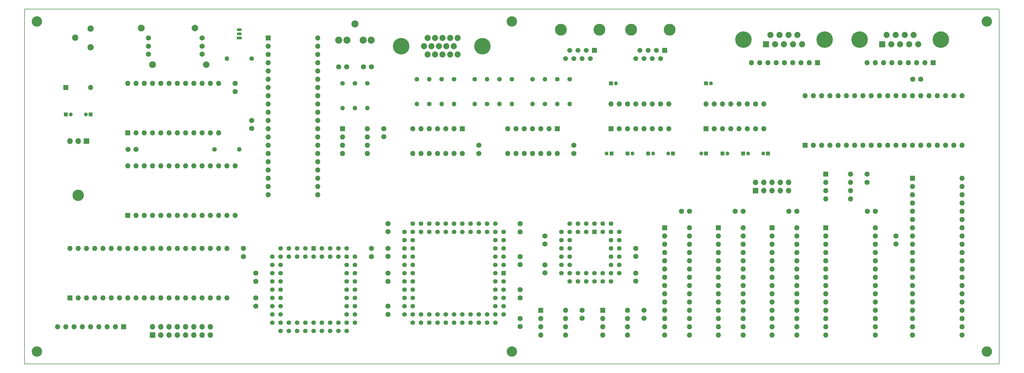
<source format=gbr>
%TF.GenerationSoftware,KiCad,Pcbnew,(5.1.9)-1*%
%TF.CreationDate,2021-09-01T00:43:14-05:00*%
%TF.ProjectId,z80,7a38302e-6b69-4636-9164-5f7063625858,A*%
%TF.SameCoordinates,Original*%
%TF.FileFunction,Soldermask,Top*%
%TF.FilePolarity,Negative*%
%FSLAX46Y46*%
G04 Gerber Fmt 4.6, Leading zero omitted, Abs format (unit mm)*
G04 Created by KiCad (PCBNEW (5.1.9)-1) date 2021-09-01 00:43:14*
%MOMM*%
%LPD*%
G01*
G04 APERTURE LIST*
%TA.AperFunction,Profile*%
%ADD10C,0.150000*%
%TD*%
%ADD11O,1.600000X1.600000*%
%ADD12R,1.600000X1.600000*%
%ADD13C,2.100000*%
%ADD14C,1.600000*%
%ADD15C,1.879600*%
%ADD16C,5.080000*%
%ADD17C,1.500000*%
%ADD18R,1.500000X1.500000*%
%ADD19C,3.650000*%
%ADD20R,1.879600X1.879600*%
%ADD21C,2.181860*%
%ADD22C,1.948180*%
%ADD23C,1.400000*%
%ADD24O,1.400000X1.400000*%
%ADD25C,3.200000*%
%ADD26O,1.700000X1.700000*%
%ADD27R,1.700000X1.700000*%
%ADD28R,1.200000X1.200000*%
%ADD29C,1.200000*%
%ADD30C,1.397000*%
%ADD31R,1.397000X1.397000*%
%ADD32R,1.500000X0.900000*%
%ADD33O,1.500000X0.900000*%
%ADD34O,1.800000X1.800000*%
%ADD35R,1.800000X1.800000*%
%ADD36O,3.500000X3.500000*%
%ADD37C,2.000000*%
G04 APERTURE END LIST*
D10*
X17780000Y-43180000D02*
X17780000Y-152400000D01*
X317500000Y-152400000D02*
X317500000Y-43180000D01*
X17780000Y-152400000D02*
X317500000Y-152400000D01*
X317500000Y-43180000D02*
X17780000Y-43180000D01*
D11*
X227330000Y-72390000D03*
X245110000Y-80010000D03*
X229870000Y-72390000D03*
X242570000Y-80010000D03*
X232410000Y-72390000D03*
X240030000Y-80010000D03*
X234950000Y-72390000D03*
X237490000Y-80010000D03*
X237490000Y-72390000D03*
X234950000Y-80010000D03*
X240030000Y-72390000D03*
X232410000Y-80010000D03*
X242570000Y-72390000D03*
X229870000Y-80010000D03*
X245110000Y-72390000D03*
D12*
X227330000Y-80010000D03*
D11*
X198120000Y-72390000D03*
X215900000Y-80010000D03*
X200660000Y-72390000D03*
X213360000Y-80010000D03*
X203200000Y-72390000D03*
X210820000Y-80010000D03*
X205740000Y-72390000D03*
X208280000Y-80010000D03*
X208280000Y-72390000D03*
X205740000Y-80010000D03*
X210820000Y-72390000D03*
X203200000Y-80010000D03*
X213360000Y-72390000D03*
X200660000Y-80010000D03*
X215900000Y-72390000D03*
D12*
X198120000Y-80010000D03*
D11*
X31750000Y-116840000D03*
X80010000Y-132080000D03*
X34290000Y-116840000D03*
X77470000Y-132080000D03*
X36830000Y-116840000D03*
X74930000Y-132080000D03*
X39370000Y-116840000D03*
X72390000Y-132080000D03*
X41910000Y-116840000D03*
X69850000Y-132080000D03*
X44450000Y-116840000D03*
X67310000Y-132080000D03*
X46990000Y-116840000D03*
X64770000Y-132080000D03*
X49530000Y-116840000D03*
X62230000Y-132080000D03*
X52070000Y-116840000D03*
X59690000Y-132080000D03*
X54610000Y-116840000D03*
X57150000Y-132080000D03*
X57150000Y-116840000D03*
X54610000Y-132080000D03*
X59690000Y-116840000D03*
X52070000Y-132080000D03*
X62230000Y-116840000D03*
X49530000Y-132080000D03*
X64770000Y-116840000D03*
X46990000Y-132080000D03*
X67310000Y-116840000D03*
X44450000Y-132080000D03*
X69850000Y-116840000D03*
X41910000Y-132080000D03*
X72390000Y-116840000D03*
X39370000Y-132080000D03*
X74930000Y-116840000D03*
X36830000Y-132080000D03*
X77470000Y-116840000D03*
X34290000Y-132080000D03*
X80010000Y-116840000D03*
D12*
X31750000Y-132080000D03*
D11*
X27940000Y-140970000D03*
X30480000Y-140970000D03*
X33020000Y-140970000D03*
X35560000Y-140970000D03*
X38100000Y-140970000D03*
X40640000Y-140970000D03*
X43180000Y-140970000D03*
X45720000Y-140970000D03*
D12*
X48260000Y-140970000D03*
D11*
X276860000Y-59690000D03*
X279400000Y-59690000D03*
X281940000Y-59690000D03*
X284480000Y-59690000D03*
X287020000Y-59690000D03*
X289560000Y-59690000D03*
X292100000Y-59690000D03*
X294640000Y-59690000D03*
D12*
X297180000Y-59690000D03*
D11*
X241300000Y-59690000D03*
X243840000Y-59690000D03*
X246380000Y-59690000D03*
X248920000Y-59690000D03*
X251460000Y-59690000D03*
X254000000Y-59690000D03*
X256540000Y-59690000D03*
X259080000Y-59690000D03*
D12*
X261620000Y-59690000D03*
D13*
X57080000Y-60310000D03*
X53680000Y-49010000D03*
D14*
X55880000Y-52110000D03*
X55880000Y-54610000D03*
X55880000Y-57110000D03*
D15*
X141732000Y-57150000D03*
X144020540Y-57150000D03*
X146309080Y-57150000D03*
X148597620Y-57150000D03*
X150888700Y-57150000D03*
X140591540Y-54610000D03*
X142880080Y-54610000D03*
X145171160Y-54610000D03*
X147459700Y-54610000D03*
X149748240Y-54610000D03*
X141732000Y-52070000D03*
X144020540Y-52070000D03*
X146309080Y-52070000D03*
X148597620Y-52070000D03*
X150888700Y-52070000D03*
D16*
X133550660Y-54610000D03*
X158549340Y-54610000D03*
D17*
X205740000Y-58420000D03*
X207010000Y-55880000D03*
X208280000Y-58420000D03*
X209550000Y-55880000D03*
X210820000Y-58420000D03*
X212090000Y-55880000D03*
X213360000Y-58420000D03*
D18*
X214630000Y-55880000D03*
D19*
X216120000Y-49530000D03*
X204250000Y-49530000D03*
D15*
X256826740Y-54008160D03*
X254055600Y-54008160D03*
X251287000Y-54008160D03*
X248518400Y-54008160D03*
D20*
X245747260Y-54008160D03*
D15*
X255434820Y-51168440D03*
X252666220Y-51168440D03*
X249907780Y-51168440D03*
X247139180Y-51168440D03*
D16*
X238787660Y-52588300D03*
X263786340Y-52588300D03*
D21*
X124378720Y-52750720D03*
X121879360Y-52750720D03*
X119380000Y-47752000D03*
X114381280Y-52750720D03*
X116880640Y-52750720D03*
D22*
X38100000Y-49174400D03*
X33301940Y-51973480D03*
X38100000Y-54973220D03*
D16*
X299519340Y-52588300D03*
X274520660Y-52588300D03*
D15*
X282872180Y-51168440D03*
X285640780Y-51168440D03*
X288399220Y-51168440D03*
X291167820Y-51168440D03*
D20*
X281480260Y-54008160D03*
D15*
X284251400Y-54008160D03*
X287020000Y-54008160D03*
X289788600Y-54008160D03*
X292559740Y-54008160D03*
D19*
X182660000Y-49530000D03*
X194530000Y-49530000D03*
D18*
X193040000Y-55880000D03*
D17*
X191770000Y-58420000D03*
X190500000Y-55880000D03*
X189230000Y-58420000D03*
X187960000Y-55880000D03*
X186690000Y-58420000D03*
X185420000Y-55880000D03*
X184150000Y-58420000D03*
D12*
X195580000Y-135890000D03*
D11*
X203200000Y-143510000D03*
X195580000Y-138430000D03*
X203200000Y-140970000D03*
X195580000Y-140970000D03*
X203200000Y-138430000D03*
X195580000Y-143510000D03*
X203200000Y-135890000D03*
D12*
X264160000Y-93980000D03*
D11*
X271780000Y-101600000D03*
X264160000Y-96520000D03*
X271780000Y-99060000D03*
X264160000Y-99060000D03*
X271780000Y-96520000D03*
X264160000Y-101600000D03*
X271780000Y-93980000D03*
D23*
X76200000Y-86360000D03*
D24*
X83820000Y-86360000D03*
D12*
X115570000Y-80010000D03*
D11*
X123190000Y-87630000D03*
X115570000Y-82550000D03*
X123190000Y-85090000D03*
X115570000Y-85090000D03*
X123190000Y-82550000D03*
X115570000Y-87630000D03*
X123190000Y-80010000D03*
D12*
X176530000Y-135890000D03*
D11*
X184150000Y-143510000D03*
X176530000Y-138430000D03*
X184150000Y-140970000D03*
X176530000Y-140970000D03*
X184150000Y-138430000D03*
X176530000Y-143510000D03*
X184150000Y-135890000D03*
D23*
X115570000Y-66040000D03*
D24*
X115570000Y-73660000D03*
D23*
X87630000Y-58420000D03*
D24*
X80010000Y-58420000D03*
D23*
X185420000Y-64770000D03*
D24*
X185420000Y-72390000D03*
D23*
X181610000Y-64770000D03*
D24*
X181610000Y-72390000D03*
D12*
X30480000Y-67310000D03*
D11*
X38100000Y-67310000D03*
D23*
X167640000Y-64770000D03*
D24*
X167640000Y-72390000D03*
D23*
X163830000Y-64770000D03*
D24*
X163830000Y-72390000D03*
D23*
X149860000Y-64770000D03*
D24*
X149860000Y-72390000D03*
D23*
X146050000Y-64770000D03*
D24*
X146050000Y-72390000D03*
D23*
X177800000Y-72390000D03*
D24*
X177800000Y-64770000D03*
D23*
X160020000Y-72390000D03*
D24*
X160020000Y-64770000D03*
D12*
X152400000Y-80010000D03*
D11*
X137160000Y-87630000D03*
X149860000Y-80010000D03*
X139700000Y-87630000D03*
X147320000Y-80010000D03*
X142240000Y-87630000D03*
X144780000Y-80010000D03*
X144780000Y-87630000D03*
X142240000Y-80010000D03*
X147320000Y-87630000D03*
X139700000Y-80010000D03*
X149860000Y-87630000D03*
X137160000Y-80010000D03*
X152400000Y-87630000D03*
D23*
X142240000Y-72390000D03*
D24*
X142240000Y-64770000D03*
D14*
X279400000Y-105410000D03*
X276900000Y-105410000D03*
X222250000Y-105410000D03*
X219750000Y-105410000D03*
X238760000Y-105410000D03*
X236260000Y-105410000D03*
X255270000Y-105410000D03*
X252770000Y-105410000D03*
X285750000Y-115530000D03*
X285750000Y-113030000D03*
X87630000Y-77470000D03*
X87630000Y-79970000D03*
X52070000Y-86360000D03*
X49570000Y-86360000D03*
X82550000Y-66080000D03*
X82550000Y-68580000D03*
X293370000Y-64770000D03*
X290870000Y-64770000D03*
X85090000Y-119380000D03*
X85090000Y-116880000D03*
X157480000Y-87630000D03*
X157480000Y-85130000D03*
X186690000Y-87630000D03*
X186690000Y-85130000D03*
X208280000Y-135890000D03*
X208280000Y-138390000D03*
X276860000Y-94020000D03*
X276860000Y-96520000D03*
X128270000Y-80010000D03*
X128270000Y-82510000D03*
X189230000Y-135890000D03*
X189230000Y-138390000D03*
D23*
X173990000Y-64770000D03*
D24*
X173990000Y-72390000D03*
D23*
X156210000Y-64770000D03*
D24*
X156210000Y-72390000D03*
D23*
X138430000Y-64770000D03*
D24*
X138430000Y-72390000D03*
D25*
X21590000Y-148590000D03*
X313690000Y-148590000D03*
X313690000Y-46990000D03*
X21590000Y-46990000D03*
D14*
X129540000Y-137160000D03*
X129540000Y-134660000D03*
X170180000Y-111760000D03*
X170180000Y-109260000D03*
X129540000Y-127000000D03*
X129540000Y-124500000D03*
X170180000Y-138430000D03*
X170180000Y-140930000D03*
X170180000Y-129580000D03*
X170180000Y-132080000D03*
X170180000Y-119380000D03*
X170180000Y-121880000D03*
X129540000Y-111720000D03*
X129540000Y-109220000D03*
X129540000Y-116840000D03*
X129540000Y-119340000D03*
D26*
X252730000Y-96520000D03*
X252730000Y-99060000D03*
X250190000Y-96520000D03*
X250190000Y-99060000D03*
X247650000Y-96520000D03*
X247650000Y-99060000D03*
X245110000Y-96520000D03*
X245110000Y-99060000D03*
X242570000Y-96520000D03*
D27*
X242570000Y-99060000D03*
D14*
X177800000Y-115530000D03*
X177800000Y-113030000D03*
X205740000Y-119340000D03*
X205740000Y-116840000D03*
X205740000Y-124460000D03*
X205740000Y-126960000D03*
X177800000Y-121920000D03*
X177800000Y-124420000D03*
X88900000Y-132120000D03*
X88900000Y-134620000D03*
X88900000Y-124500000D03*
X88900000Y-127000000D03*
X124460000Y-119380000D03*
X124460000Y-116880000D03*
D28*
X217170000Y-87630000D03*
D29*
X215670000Y-87630000D03*
X204700000Y-87630000D03*
D28*
X203200000Y-87630000D03*
X209550000Y-87630000D03*
D29*
X211050000Y-87630000D03*
X196753000Y-87630000D03*
D28*
X198253000Y-87630000D03*
D29*
X199620000Y-66040000D03*
D28*
X198120000Y-66040000D03*
X38100000Y-75598000D03*
D29*
X36600000Y-75598000D03*
X31980000Y-75598000D03*
D28*
X30480000Y-75598000D03*
D11*
X279400000Y-110490000D03*
X264160000Y-143510000D03*
X279400000Y-113030000D03*
X264160000Y-140970000D03*
X279400000Y-115570000D03*
X264160000Y-138430000D03*
X279400000Y-118110000D03*
X264160000Y-135890000D03*
X279400000Y-120650000D03*
X264160000Y-133350000D03*
X279400000Y-123190000D03*
X264160000Y-130810000D03*
X279400000Y-125730000D03*
X264160000Y-128270000D03*
X279400000Y-128270000D03*
X264160000Y-125730000D03*
X279400000Y-130810000D03*
X264160000Y-123190000D03*
X279400000Y-133350000D03*
X264160000Y-120650000D03*
X279400000Y-135890000D03*
X264160000Y-118110000D03*
X279400000Y-138430000D03*
X264160000Y-115570000D03*
X279400000Y-140970000D03*
X264160000Y-113030000D03*
X279400000Y-143510000D03*
D12*
X264160000Y-110490000D03*
D30*
X193040000Y-109220000D03*
X195580000Y-111760000D03*
X195580000Y-109220000D03*
X198120000Y-111760000D03*
X198120000Y-109220000D03*
X200660000Y-111760000D03*
X198120000Y-114300000D03*
X200660000Y-114300000D03*
X198120000Y-116840000D03*
X200660000Y-116840000D03*
X198120000Y-119380000D03*
X200660000Y-119380000D03*
X198120000Y-121920000D03*
X200660000Y-121920000D03*
X198120000Y-124460000D03*
X200660000Y-124460000D03*
X198120000Y-127000000D03*
X195580000Y-124460000D03*
X195580000Y-127000000D03*
X193040000Y-124460000D03*
X193040000Y-127000000D03*
X190500000Y-124460000D03*
X190500000Y-127000000D03*
X187960000Y-124460000D03*
X187960000Y-127000000D03*
X185420000Y-124460000D03*
X185420000Y-127000000D03*
X182880000Y-124460000D03*
X185420000Y-121920000D03*
X182880000Y-121920000D03*
X185420000Y-119380000D03*
X182880000Y-119380000D03*
X185420000Y-116840000D03*
X182880000Y-116840000D03*
X185420000Y-114300000D03*
X182880000Y-114300000D03*
X185420000Y-111760000D03*
X182880000Y-111760000D03*
X185420000Y-109220000D03*
X187960000Y-111760000D03*
X187960000Y-109220000D03*
X190500000Y-111760000D03*
X190500000Y-109220000D03*
D31*
X193040000Y-111760000D03*
D11*
X222250000Y-110490000D03*
X214630000Y-143510000D03*
X222250000Y-113030000D03*
X214630000Y-140970000D03*
X222250000Y-115570000D03*
X214630000Y-138430000D03*
X222250000Y-118110000D03*
X214630000Y-135890000D03*
X222250000Y-120650000D03*
X214630000Y-133350000D03*
X222250000Y-123190000D03*
X214630000Y-130810000D03*
X222250000Y-125730000D03*
X214630000Y-128270000D03*
X222250000Y-128270000D03*
X214630000Y-125730000D03*
X222250000Y-130810000D03*
X214630000Y-123190000D03*
X222250000Y-133350000D03*
X214630000Y-120650000D03*
X222250000Y-135890000D03*
X214630000Y-118110000D03*
X222250000Y-138430000D03*
X214630000Y-115570000D03*
X222250000Y-140970000D03*
X214630000Y-113030000D03*
X222250000Y-143510000D03*
D12*
X214630000Y-110490000D03*
D11*
X107950000Y-52070000D03*
X92710000Y-100330000D03*
X107950000Y-54610000D03*
X92710000Y-97790000D03*
X107950000Y-57150000D03*
X92710000Y-95250000D03*
X107950000Y-59690000D03*
X92710000Y-92710000D03*
X107950000Y-62230000D03*
X92710000Y-90170000D03*
X107950000Y-64770000D03*
X92710000Y-87630000D03*
X107950000Y-67310000D03*
X92710000Y-85090000D03*
X107950000Y-69850000D03*
X92710000Y-82550000D03*
X107950000Y-72390000D03*
X92710000Y-80010000D03*
X107950000Y-74930000D03*
X92710000Y-77470000D03*
X107950000Y-77470000D03*
X92710000Y-74930000D03*
X107950000Y-80010000D03*
X92710000Y-72390000D03*
X107950000Y-82550000D03*
X92710000Y-69850000D03*
X107950000Y-85090000D03*
X92710000Y-67310000D03*
X107950000Y-87630000D03*
X92710000Y-64770000D03*
X107950000Y-90170000D03*
X92710000Y-62230000D03*
X107950000Y-92710000D03*
X92710000Y-59690000D03*
X107950000Y-95250000D03*
X92710000Y-57150000D03*
X107950000Y-97790000D03*
X92710000Y-54610000D03*
X107950000Y-100330000D03*
D12*
X92710000Y-52070000D03*
D11*
X238760000Y-110490000D03*
X231140000Y-143510000D03*
X238760000Y-113030000D03*
X231140000Y-140970000D03*
X238760000Y-115570000D03*
X231140000Y-138430000D03*
X238760000Y-118110000D03*
X231140000Y-135890000D03*
X238760000Y-120650000D03*
X231140000Y-133350000D03*
X238760000Y-123190000D03*
X231140000Y-130810000D03*
X238760000Y-125730000D03*
X231140000Y-128270000D03*
X238760000Y-128270000D03*
X231140000Y-125730000D03*
X238760000Y-130810000D03*
X231140000Y-123190000D03*
X238760000Y-133350000D03*
X231140000Y-120650000D03*
X238760000Y-135890000D03*
X231140000Y-118110000D03*
X238760000Y-138430000D03*
X231140000Y-115570000D03*
X238760000Y-140970000D03*
X231140000Y-113030000D03*
X238760000Y-143510000D03*
D12*
X231140000Y-110490000D03*
X247650000Y-110490000D03*
D11*
X255270000Y-143510000D03*
X247650000Y-113030000D03*
X255270000Y-140970000D03*
X247650000Y-115570000D03*
X255270000Y-138430000D03*
X247650000Y-118110000D03*
X255270000Y-135890000D03*
X247650000Y-120650000D03*
X255270000Y-133350000D03*
X247650000Y-123190000D03*
X255270000Y-130810000D03*
X247650000Y-125730000D03*
X255270000Y-128270000D03*
X247650000Y-128270000D03*
X255270000Y-125730000D03*
X247650000Y-130810000D03*
X255270000Y-123190000D03*
X247650000Y-133350000D03*
X255270000Y-120650000D03*
X247650000Y-135890000D03*
X255270000Y-118110000D03*
X247650000Y-138430000D03*
X255270000Y-115570000D03*
X247650000Y-140970000D03*
X255270000Y-113030000D03*
X247650000Y-143510000D03*
X255270000Y-110490000D03*
X49530000Y-66040000D03*
X77470000Y-81280000D03*
X52070000Y-66040000D03*
X74930000Y-81280000D03*
X54610000Y-66040000D03*
X72390000Y-81280000D03*
X57150000Y-66040000D03*
X69850000Y-81280000D03*
X59690000Y-66040000D03*
X67310000Y-81280000D03*
X62230000Y-66040000D03*
X64770000Y-81280000D03*
X64770000Y-66040000D03*
X62230000Y-81280000D03*
X67310000Y-66040000D03*
X59690000Y-81280000D03*
X69850000Y-66040000D03*
X57150000Y-81280000D03*
X72390000Y-66040000D03*
X54610000Y-81280000D03*
X74930000Y-66040000D03*
X52070000Y-81280000D03*
X77470000Y-66040000D03*
D12*
X49530000Y-81280000D03*
D32*
X83820000Y-52070000D03*
D33*
X83820000Y-49530000D03*
X83820000Y-50800000D03*
D12*
X257810000Y-85090000D03*
D11*
X306070000Y-69850000D03*
X260350000Y-85090000D03*
X303530000Y-69850000D03*
X262890000Y-85090000D03*
X300990000Y-69850000D03*
X265430000Y-85090000D03*
X298450000Y-69850000D03*
X267970000Y-85090000D03*
X295910000Y-69850000D03*
X270510000Y-85090000D03*
X293370000Y-69850000D03*
X273050000Y-85090000D03*
X290830000Y-69850000D03*
X275590000Y-85090000D03*
X288290000Y-69850000D03*
X278130000Y-85090000D03*
X285750000Y-69850000D03*
X280670000Y-85090000D03*
X283210000Y-69850000D03*
X283210000Y-85090000D03*
X280670000Y-69850000D03*
X285750000Y-85090000D03*
X278130000Y-69850000D03*
X288290000Y-85090000D03*
X275590000Y-69850000D03*
X290830000Y-85090000D03*
X273050000Y-69850000D03*
X293370000Y-85090000D03*
X270510000Y-69850000D03*
X295910000Y-85090000D03*
X267970000Y-69850000D03*
X298450000Y-85090000D03*
X265430000Y-69850000D03*
X300990000Y-85090000D03*
X262890000Y-69850000D03*
X303530000Y-85090000D03*
X260350000Y-69850000D03*
X306070000Y-85090000D03*
X257810000Y-69850000D03*
X306070000Y-95232500D03*
X290830000Y-143492500D03*
X306070000Y-97772500D03*
X290830000Y-140952500D03*
X306070000Y-100312500D03*
X290830000Y-138412500D03*
X306070000Y-102852500D03*
X290830000Y-135872500D03*
X306070000Y-105392500D03*
X290830000Y-133332500D03*
X306070000Y-107932500D03*
X290830000Y-130792500D03*
X306070000Y-110472500D03*
X290830000Y-128252500D03*
X306070000Y-113012500D03*
X290830000Y-125712500D03*
X306070000Y-115552500D03*
X290830000Y-123172500D03*
X306070000Y-118092500D03*
X290830000Y-120632500D03*
X306070000Y-120632500D03*
X290830000Y-118092500D03*
X306070000Y-123172500D03*
X290830000Y-115552500D03*
X306070000Y-125712500D03*
X290830000Y-113012500D03*
X306070000Y-128252500D03*
X290830000Y-110472500D03*
X306070000Y-130792500D03*
X290830000Y-107932500D03*
X306070000Y-133332500D03*
X290830000Y-105392500D03*
X306070000Y-135872500D03*
X290830000Y-102852500D03*
X306070000Y-138412500D03*
X290830000Y-100312500D03*
X306070000Y-140952500D03*
X290830000Y-97772500D03*
X306070000Y-143492500D03*
D12*
X290830000Y-95232500D03*
D34*
X31750000Y-83820000D03*
X34290000Y-83820000D03*
D35*
X36830000Y-83820000D03*
D36*
X34290000Y-100480000D03*
D30*
X109220000Y-119380000D03*
X109220000Y-116840000D03*
X111760000Y-119380000D03*
X111760000Y-116840000D03*
X114300000Y-119380000D03*
X114300000Y-116840000D03*
X116840000Y-119380000D03*
X116840000Y-116840000D03*
X119380000Y-119380000D03*
X116840000Y-121920000D03*
X119380000Y-121920000D03*
X116840000Y-124460000D03*
X119380000Y-124460000D03*
X116840000Y-127000000D03*
X119380000Y-127000000D03*
X116840000Y-129540000D03*
X119380000Y-129540000D03*
X116840000Y-132080000D03*
X119380000Y-132080000D03*
X116840000Y-134620000D03*
X119380000Y-134620000D03*
X116840000Y-137160000D03*
X119380000Y-137160000D03*
X116840000Y-139700000D03*
X119380000Y-139700000D03*
X116840000Y-142240000D03*
X114300000Y-139700000D03*
X114300000Y-142240000D03*
X111760000Y-139700000D03*
X111760000Y-142240000D03*
X109220000Y-139700000D03*
X109220000Y-142240000D03*
X106680000Y-139700000D03*
X106680000Y-142240000D03*
X104140000Y-139700000D03*
X104140000Y-142240000D03*
X101600000Y-139700000D03*
X101600000Y-142240000D03*
X99060000Y-139700000D03*
X99060000Y-142240000D03*
X96520000Y-139700000D03*
X96520000Y-142240000D03*
X93980000Y-139700000D03*
X96520000Y-137160000D03*
X93980000Y-137160000D03*
X96520000Y-134620000D03*
X93980000Y-134620000D03*
X96520000Y-132080000D03*
X93980000Y-132080000D03*
X96520000Y-129540000D03*
X93980000Y-129540000D03*
X96520000Y-127000000D03*
X93980000Y-127000000D03*
X96520000Y-124460000D03*
X93980000Y-124460000D03*
X96520000Y-121920000D03*
X93980000Y-121920000D03*
X96520000Y-119380000D03*
X93980000Y-119380000D03*
X96520000Y-116840000D03*
X99060000Y-119380000D03*
X99060000Y-116840000D03*
X101600000Y-119380000D03*
X101600000Y-116840000D03*
X104140000Y-119380000D03*
X104140000Y-116840000D03*
X106680000Y-119380000D03*
D31*
X106680000Y-116840000D03*
D11*
X181610000Y-87630000D03*
X166370000Y-80010000D03*
X179070000Y-87630000D03*
X168910000Y-80010000D03*
X176530000Y-87630000D03*
X171450000Y-80010000D03*
X173990000Y-87630000D03*
X173990000Y-80010000D03*
X171450000Y-87630000D03*
X176530000Y-80010000D03*
X168910000Y-87630000D03*
X179070000Y-80010000D03*
X166370000Y-87630000D03*
D12*
X181610000Y-80010000D03*
X49530000Y-106680000D03*
D11*
X82550000Y-91440000D03*
X52070000Y-106680000D03*
X80010000Y-91440000D03*
X54610000Y-106680000D03*
X77470000Y-91440000D03*
X57150000Y-106680000D03*
X74930000Y-91440000D03*
X59690000Y-106680000D03*
X72390000Y-91440000D03*
X62230000Y-106680000D03*
X69850000Y-91440000D03*
X64770000Y-106680000D03*
X67310000Y-91440000D03*
X67310000Y-106680000D03*
X64770000Y-91440000D03*
X69850000Y-106680000D03*
X62230000Y-91440000D03*
X72390000Y-106680000D03*
X59690000Y-91440000D03*
X74930000Y-106680000D03*
X57150000Y-91440000D03*
X77470000Y-106680000D03*
X54610000Y-91440000D03*
X80010000Y-106680000D03*
X52070000Y-91440000D03*
X82550000Y-106680000D03*
X49530000Y-91440000D03*
D30*
X162560000Y-127000000D03*
X165100000Y-127000000D03*
X162560000Y-129540000D03*
X165100000Y-129540000D03*
X162560000Y-132080000D03*
X165100000Y-132080000D03*
X162560000Y-134620000D03*
X165100000Y-134620000D03*
X162560000Y-137160000D03*
X165100000Y-137160000D03*
X162560000Y-139700000D03*
X160020000Y-137160000D03*
X160020000Y-139700000D03*
X157480000Y-137160000D03*
X157480000Y-139700000D03*
X154940000Y-137160000D03*
X154940000Y-139700000D03*
X152400000Y-137160000D03*
X152400000Y-139700000D03*
X149860000Y-137160000D03*
X149860000Y-139700000D03*
X147320000Y-137160000D03*
X147320000Y-139700000D03*
X144780000Y-137160000D03*
X144780000Y-139700000D03*
X142240000Y-137160000D03*
X142240000Y-139700000D03*
X139700000Y-137160000D03*
X139700000Y-139700000D03*
X137160000Y-137160000D03*
X137160000Y-139700000D03*
X134620000Y-137160000D03*
X137160000Y-134620000D03*
X134620000Y-134620000D03*
X137160000Y-132080000D03*
X134620000Y-132080000D03*
X137160000Y-129540000D03*
X134620000Y-129540000D03*
X137160000Y-127000000D03*
X134620000Y-127000000D03*
X137160000Y-124460000D03*
X134620000Y-124460000D03*
X137160000Y-121920000D03*
X134620000Y-121920000D03*
X137160000Y-119380000D03*
X134620000Y-119380000D03*
X137160000Y-116840000D03*
X134620000Y-116840000D03*
X137160000Y-114300000D03*
X134620000Y-114300000D03*
X137160000Y-111760000D03*
X134620000Y-111760000D03*
X137160000Y-109220000D03*
X139700000Y-111760000D03*
X139700000Y-109220000D03*
X142240000Y-111760000D03*
X142240000Y-109220000D03*
X144780000Y-111760000D03*
X144780000Y-109220000D03*
X147320000Y-111760000D03*
X147320000Y-109220000D03*
X149860000Y-111760000D03*
X149860000Y-109220000D03*
X152400000Y-111760000D03*
X152400000Y-109220000D03*
X154940000Y-111760000D03*
X154940000Y-109220000D03*
X157480000Y-111760000D03*
X157480000Y-109220000D03*
X160020000Y-111760000D03*
X160020000Y-109220000D03*
X162560000Y-111760000D03*
X162560000Y-109220000D03*
X165100000Y-111760000D03*
X162560000Y-114300000D03*
X165100000Y-114300000D03*
X162560000Y-116840000D03*
X165100000Y-116840000D03*
X162560000Y-119380000D03*
X165100000Y-119380000D03*
X162560000Y-121920000D03*
X165100000Y-121920000D03*
X162560000Y-124460000D03*
D31*
X165100000Y-124460000D03*
D28*
X246380000Y-87630000D03*
D29*
X244880000Y-87630000D03*
X233910000Y-87630000D03*
D28*
X232410000Y-87630000D03*
X238760000Y-87630000D03*
D29*
X240260000Y-87630000D03*
X225830000Y-87630000D03*
D28*
X227330000Y-87630000D03*
D29*
X228830000Y-66040000D03*
D28*
X227330000Y-66040000D03*
D25*
X167640000Y-46990000D03*
X167640000Y-148590000D03*
D26*
X74930000Y-140970000D03*
X74930000Y-143510000D03*
X72390000Y-140970000D03*
X72390000Y-143510000D03*
X69850000Y-140970000D03*
X69850000Y-143510000D03*
X67310000Y-140970000D03*
X67310000Y-143510000D03*
X64770000Y-140970000D03*
X64770000Y-143510000D03*
X62230000Y-140970000D03*
X62230000Y-143510000D03*
X59690000Y-140970000D03*
X59690000Y-143510000D03*
X57150000Y-140970000D03*
D27*
X57150000Y-143510000D03*
D14*
X116840000Y-60960000D03*
X114340000Y-60960000D03*
X121960000Y-60960000D03*
X124460000Y-60960000D03*
D24*
X123190000Y-73660000D03*
D23*
X123190000Y-66040000D03*
X119380000Y-66040000D03*
D24*
X119380000Y-73660000D03*
D14*
X72390000Y-57110000D03*
X72390000Y-54610000D03*
X72390000Y-52110000D03*
D37*
X70190000Y-49010000D03*
X73590000Y-60310000D03*
M02*

</source>
